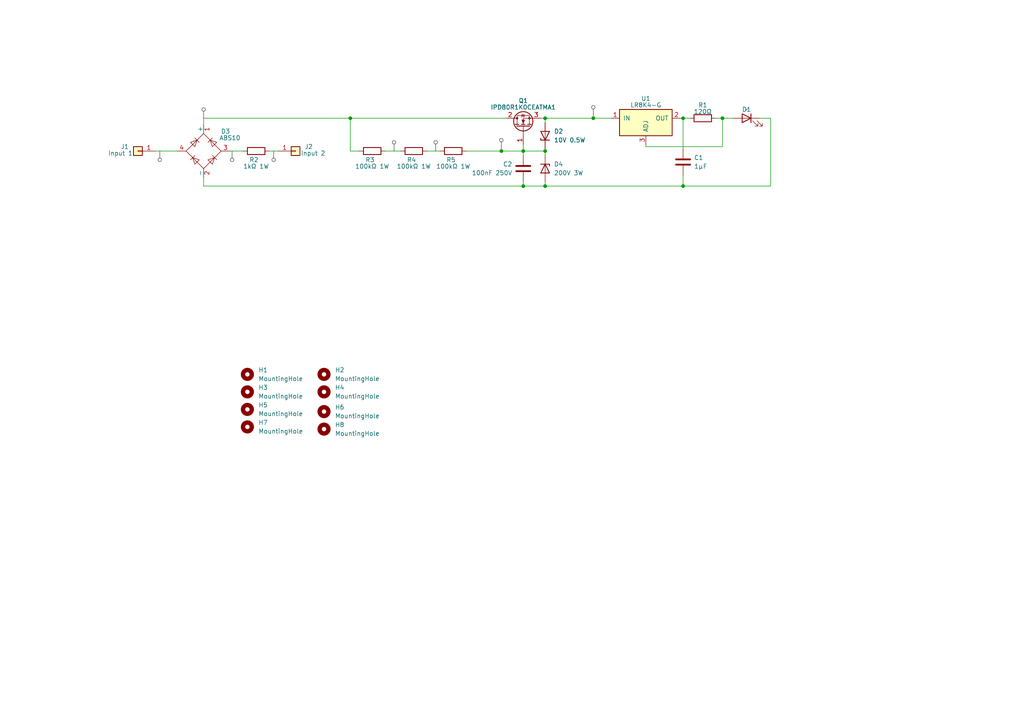
<source format=kicad_sch>
(kicad_sch (version 20230121) (generator eeschema)
  (paper "A4")
  (lib_symbols
    (symbol "Connector_Generic:Conn_01x01" (pin_names (offset 1.016) hide)
      (property "Reference" "J" (at 0 2.54 0))
      (property "Value" "Conn_01x01" (at 0 -2.54 0))
      (symbol "Conn_01x01_1_1"
        (rectangle (start -1.27 0.127) (end 0 -0.127) (stroke (width 0.1524)))
        (rectangle (start -1.27 1.27) (end 1.27 -1.27) (stroke (width 0.254)) (fill (type background)))
        (pin passive line (at -5.08 0 0) (length 3.81) (name "Pin_1") (number "1"))
      )
    )
    (symbol "Device:C" (pin_numbers hide) (pin_names (offset 0.254))
      (property "Reference" "C" (at 0.635 2.54 0))
      (property "Value" "C" (at 0.635 -2.54 0))
      (symbol "C_0_1"
        (polyline (pts (xy -2.032 -0.762) (xy 2.032 -0.762)) (stroke (width 0.508)))
        (polyline (pts (xy -2.032 0.762) (xy 2.032 0.762)) (stroke (width 0.508)))
      )
      (symbol "C_1_1"
        (pin passive line (at 0 3.81 270) (length 2.794) (name "~") (number "1"))
        (pin passive line (at 0 -3.81 90) (length 2.794) (name "~") (number "2"))
      )
    )
    (symbol "Device:D_Zener" (pin_numbers hide) (pin_names (offset 1.016) hide)
      (property "Reference" "D" (at 0 2.54 0))
      (property "Value" "D_Zener" (at 0 -2.54 0))
      (symbol "D_Zener_0_1"
        (polyline (pts (xy 1.27 0) (xy -1.27 0)))
        (polyline (pts (xy -1.27 -1.27) (xy -1.27 1.27) (xy -0.762 1.27)) (stroke (width 0.254)))
        (polyline (pts (xy 1.27 -1.27) (xy 1.27 1.27) (xy -1.27 0) (xy 1.27 -1.27)) (stroke (width 0.254)))
      )
      (symbol "D_Zener_1_1"
        (pin passive line (at -3.81 0 0) (length 2.54) (name "K") (number "1"))
        (pin passive line (at 3.81 0 180) (length 2.54) (name "A") (number "2"))
      )
    )
    (symbol "Device:LED" (pin_numbers hide) (pin_names (offset 1.016) hide)
      (property "Reference" "D" (at 0 2.54 0))
      (property "Value" "LED" (at 0 -2.54 0))
      (symbol "LED_0_1"
        (polyline (pts (xy -1.27 -1.27) (xy -1.27 1.27)) (stroke (width 0.254)))
        (polyline (pts (xy -1.27 0) (xy 1.27 0)))
        (polyline (pts (xy 1.27 -1.27) (xy 1.27 1.27) (xy -1.27 0) (xy 1.27 -1.27)) (stroke (width 0.254)))
        (polyline (pts (xy -3.048 -0.762) (xy -4.572 -2.286) (xy -3.81 -2.286) (xy -4.572 -2.286) (xy -4.572 -1.524)))
        (polyline (pts (xy -1.778 -0.762) (xy -3.302 -2.286) (xy -2.54 -2.286) (xy -3.302 -2.286) (xy -3.302 -1.524)))
      )
      (symbol "LED_1_1"
        (pin passive line (at -3.81 0 0) (length 2.54) (name "K") (number "1"))
        (pin passive line (at 3.81 0 180) (length 2.54) (name "A") (number "2"))
      )
    )
    (symbol "Device:Q_NMOS_GDS" (pin_names (offset 0) hide)
      (property "Reference" "Q" (at 5.08 1.27 0))
      (property "Value" "Q_NMOS_GDS" (at 5.08 -1.27 0))
      (symbol "Q_NMOS_GDS_0_1"
        (polyline (pts (xy 0.254 0) (xy -2.54 0)))
        (polyline (pts (xy 0.254 1.905) (xy 0.254 -1.905)) (stroke (width 0.254)))
        (polyline (pts (xy 0.762 -1.27) (xy 0.762 -2.286)) (stroke (width 0.254)))
        (polyline (pts (xy 0.762 0.508) (xy 0.762 -0.508)) (stroke (width 0.254)))
        (polyline (pts (xy 0.762 2.286) (xy 0.762 1.27)) (stroke (width 0.254)))
        (polyline (pts (xy 2.54 2.54) (xy 2.54 1.778)))
        (polyline (pts (xy 2.54 -2.54) (xy 2.54 0) (xy 0.762 0)))
        (polyline (pts (xy 0.762 -1.778) (xy 3.302 -1.778) (xy 3.302 1.778) (xy 0.762 1.778)))
        (polyline (pts (xy 1.016 0) (xy 2.032 0.381) (xy 2.032 -0.381) (xy 1.016 0)) (fill (type outline)))
        (polyline (pts (xy 2.794 0.508) (xy 2.921 0.381) (xy 3.683 0.381) (xy 3.81 0.254)))
        (polyline (pts (xy 3.302 0.381) (xy 2.921 -0.254) (xy 3.683 -0.254) (xy 3.302 0.381)))
        (circle (center 1.651 0) (radius 2.794) (stroke (width 0.254)))
        (circle (center 2.54 -1.778) (radius 0.254) (fill (type outline)))
        (circle (center 2.54 1.778) (radius 0.254) (fill (type outline)))
      )
      (symbol "Q_NMOS_GDS_1_1"
        (pin input line (at -5.08 0 0) (length 2.54) (name "G") (number "1"))
        (pin passive line (at 2.54 5.08 270) (length 2.54) (name "D") (number "2"))
        (pin passive line (at 2.54 -5.08 90) (length 2.54) (name "S") (number "3"))
      )
    )
    (symbol "Device:R" (pin_numbers hide) (pin_names (offset 0))
      (property "Reference" "R" (at 2.032 0 90))
      (property "Value" "R" (at 0 0 90))
      (symbol "R_0_1"
        (rectangle (start -1.016 -2.54) (end 1.016 2.54) (stroke (width 0.254)))
      )
      (symbol "R_1_1"
        (pin passive line (at 0 3.81 270) (length 1.27) (name "~") (number "1"))
        (pin passive line (at 0 -3.81 90) (length 1.27) (name "~") (number "2"))
      )
    )
    (symbol "Diode_Bridge:ABS10" (pin_names (offset 0))
      (property "Reference" "D" (at 2.54 6.985 0))
      (property "Value" "ABS10" (at 2.54 5.08 0))
      (symbol "ABS10_0_1"
        (polyline (pts (xy -2.54 3.81) (xy -1.27 2.54)))
        (polyline (pts (xy -1.27 -2.54) (xy -2.54 -3.81)))
        (polyline (pts (xy 2.54 -1.27) (xy 3.81 -2.54)))
        (polyline (pts (xy 2.54 1.27) (xy 3.81 2.54)))
        (polyline (pts (xy -3.81 2.54) (xy -2.54 1.27) (xy -1.905 3.175) (xy -3.81 2.54)))
        (polyline (pts (xy -2.54 -1.27) (xy -3.81 -2.54) (xy -1.905 -3.175) (xy -2.54 -1.27)))
        (polyline (pts (xy 1.27 2.54) (xy 2.54 3.81) (xy 3.175 1.905) (xy 1.27 2.54)))
        (polyline (pts (xy 3.175 -1.905) (xy 1.27 -2.54) (xy 2.54 -3.81) (xy 3.175 -1.905)))
        (polyline (pts (xy -5.08 0) (xy 0 -5.08) (xy 5.08 0) (xy 0 5.08) (xy -5.08 0)))
      )
      (symbol "ABS10_1_1"
        (pin passive line (at 7.62 0 180) (length 2.54) (name "+") (number "1"))
        (pin passive line (at -7.62 0 0) (length 2.54) (name "-") (number "2"))
        (pin passive line (at 0 -7.62 90) (length 2.54) (name "~") (number "3"))
        (pin passive line (at 0 7.62 270) (length 2.54) (name "~") (number "4"))
      )
    )
    (symbol "Mechanical:MountingHole" (pin_names (offset 1.016))
      (property "Reference" "H" (at 0 5.08 0))
      (property "Value" "MountingHole" (at 0 3.175 0))
      (symbol "MountingHole_0_1"
        (circle (center 0 0) (radius 1.27) (stroke (width 1.27)))
      )
    )
    (symbol "Regulator_Linear:LR8K4-G" (pin_names (offset 1.016))
      (property "Reference" "U" (at -7.62 3.81 0))
      (property "Value" "LR8K4-G" (at 0 3.81 0))
      (symbol "LR8K4-G_0_1"
        (rectangle (start -7.62 2.54) (end 7.62 -5.08) (stroke (width 0.254)) (fill (type background)))
      )
      (symbol "LR8K4-G_1_1"
        (pin input line (at -10.16 0 0) (length 2.54) (name "IN") (number "1"))
        (pin power_out line (at 10.16 0 180) (length 2.54) (name "OUT") (number "2"))
        (pin input line (at 0 -7.62 90) (length 2.54) (name "ADJ") (number "3"))
      )
    )
  )
  (junction (at 158.115 34.29))
  (junction (at 145.415 43.815))
  (junction (at 151.765 43.815))
  (junction (at 209.55 34.29))
  (junction (at 151.765 53.975))
  (junction (at 158.115 43.815))
  (junction (at 172.085 34.29))
  (junction (at 101.6 34.29))
  (junction (at 198.12 53.975))
  (junction (at 198.12 34.29))
  (junction (at 158.115 53.975))
  (wire (pts (xy 158.115 34.29) (xy 172.085 34.29)))
  (wire (pts (xy 172.085 33.655) (xy 172.085 34.29)))
  (wire (pts (xy 172.085 34.29) (xy 177.165 34.29)))
  (wire (pts (xy 220.345 34.29) (xy 223.52 34.29)))
  (wire (pts (xy 151.765 41.91) (xy 151.765 43.815)))
  (wire (pts (xy 158.115 53.975) (xy 198.12 53.975)))
  (wire (pts (xy 123.825 43.815) (xy 127.635 43.815)))
  (wire (pts (xy 198.12 43.18) (xy 198.12 34.29)))
  (wire (pts (xy 135.255 43.815) (xy 145.415 43.815)))
  (wire (pts (xy 145.415 43.815) (xy 151.765 43.815)))
  (wire (pts (xy 209.55 34.29) (xy 212.725 34.29)))
  (wire (pts (xy 187.325 41.91) (xy 187.325 42.545)))
  (wire (pts (xy 151.765 43.815) (xy 151.765 45.085)))
  (wire (pts (xy 59.055 53.975) (xy 151.765 53.975)))
  (wire (pts (xy 198.12 50.8) (xy 198.12 53.975)))
  (wire (pts (xy 111.76 43.815) (xy 116.205 43.815)))
  (wire (pts (xy 158.115 43.815) (xy 158.115 43.18)))
  (wire (pts (xy 198.12 53.975) (xy 223.52 53.975)))
  (wire (pts (xy 59.055 53.975) (xy 59.055 51.435)))
  (wire (pts (xy 209.55 34.29) (xy 207.645 34.29)))
  (wire (pts (xy 101.6 34.29) (xy 101.6 43.815)))
  (wire (pts (xy 151.765 52.705) (xy 151.765 53.975)))
  (wire (pts (xy 78.105 43.815) (xy 80.645 43.815)))
  (wire (pts (xy 158.115 43.815) (xy 158.115 45.085)))
  (wire (pts (xy 145.415 43.18) (xy 145.415 43.815)))
  (wire (pts (xy 101.6 43.815) (xy 104.14 43.815)))
  (wire (pts (xy 156.845 34.29) (xy 158.115 34.29)))
  (wire (pts (xy 66.675 43.815) (xy 70.485 43.815)))
  (wire (pts (xy 59.055 34.29) (xy 59.055 36.195)))
  (wire (pts (xy 198.12 34.29) (xy 200.025 34.29)))
  (wire (pts (xy 158.115 52.705) (xy 158.115 53.975)))
  (wire (pts (xy 151.765 53.975) (xy 158.115 53.975)))
  (wire (pts (xy 45.085 43.815) (xy 51.435 43.815)))
  (wire (pts (xy 158.115 35.56) (xy 158.115 34.29)))
  (wire (pts (xy 209.55 42.545) (xy 209.55 34.29)))
  (wire (pts (xy 59.055 34.29) (xy 101.6 34.29)))
  (wire (pts (xy 197.485 34.29) (xy 198.12 34.29)))
  (wire (pts (xy 223.52 34.29) (xy 223.52 53.975)))
  (wire (pts (xy 187.325 42.545) (xy 209.55 42.545)))
  (wire (pts (xy 151.765 43.815) (xy 158.115 43.815)))
  (wire (pts (xy 101.6 34.29) (xy 146.685 34.29)))
  (netclass_flag "" (length 2.54) (shape round) (at 46.355 43.815 180) (property "Netclass" "HighVoltage" (effects hide)))
  (netclass_flag "" (length 2.54) (shape round) (at 172.085 33.655 0) (property "Netclass" "HighVoltage" (effects hide)))
  (netclass_flag "" (length 2.54) (shape round) (at 145.415 43.18 0) (property "Netclass" "HighVoltage" (effects hide)))
  (netclass_flag "" (length 2.54) (shape round) (at 59.055 34.29 0) (property "Netclass" "HighVoltage" (effects hide)))
  (netclass_flag "" (length 2.54) (shape round) (at 79.375 43.815 180) (property "Netclass" "HighVoltage" (effects hide)))
  (netclass_flag "" (length 2.54) (shape round) (at 114.3 43.815 0) (property "Netclass" "HighVoltage" (effects hide)))
  (netclass_flag "" (length 2.54) (shape round) (at 126.365 43.815 0) (property "Netclass" "HighVoltage" (effects hide)))
  (netclass_flag "" (length 2.54) (shape round) (at 67.31 43.815 180) (property "Netclass" "HighVoltage" (effects hide)))
  (symbol (lib_id "Device:R") (at 74.295 43.815 270) (unit 1)
    (property "Reference" "R2" (at 73.66 46.355 90))
    (property "Value" "1kΩ 1W" (at 74.295 48.26 90))
    (property "Footprint" "Resistor_SMD:R_2512_6332Metric_Pad1.40x3.35mm_HandSolder" (effects hide))
  )
  (symbol (lib_id "Device:R") (at 131.445 43.815 270) (unit 1)
    (property "Reference" "R5" (at 130.81 46.355 90))
    (property "Value" "100kΩ 1W" (at 131.445 48.26 90))
    (property "Footprint" "Resistor_SMD:R_2512_6332Metric_Pad1.40x3.35mm_HandSolder" (effects hide))
  )
  (symbol (lib_id "Connector_Generic:Conn_01x01") (at 40.005 43.815 180) (unit 1)
    (property "Reference" "J1" (at 36.195 42.545 0))
    (property "Value" "Input 1" (at 34.925 44.45 0))
    (property "Footprint" "TestPoint:TestPoint_Pad_D4.0mm" (effects hide))
    (property "Comments" "Max +/- 450V" (effects hide))
  )
  (symbol (lib_id "Device:R") (at 203.835 34.29 90) (unit 1)
    (property "Reference" "R1" (at 203.835 30.48 90))
    (property "Value" "120Ω" (at 203.835 32.385 90))
    (property "Footprint" "Resistor_SMD:R_0805_2012Metric_Pad1.20x1.40mm_HandSolder" (effects hide))
  )
  (symbol (lib_id "Device:R") (at 120.015 43.815 270) (unit 1)
    (property "Reference" "R4" (at 119.38 46.355 90))
    (property "Value" "100kΩ 1W" (at 120.015 48.26 90))
    (property "Footprint" "Resistor_SMD:R_2512_6332Metric_Pad1.40x3.35mm_HandSolder" (effects hide))
  )
  (symbol (lib_id "Mechanical:MountingHole") (at 71.755 108.585 0) (unit 1)
    (property "Reference" "H1" (at 74.93 107.315 0) (effects (justify left)))
    (property "Value" "MountingHole" (at 74.93 109.855 0) (effects (justify left)))
    (property "Footprint" "MountingHole:MountingHole_3.2mm_M3" (effects hide))
  )
  (symbol (lib_id "Mechanical:MountingHole") (at 93.98 108.585 0) (unit 1)
    (property "Reference" "H2" (at 97.155 107.315 0) (effects (justify left)))
    (property "Value" "MountingHole" (at 97.155 109.855 0) (effects (justify left)))
    (property "Footprint" "MountingHole:MountingHole_3.2mm_M3" (effects hide))
  )
  (symbol (lib_id "Mechanical:MountingHole") (at 71.755 118.745 0) (unit 1)
    (property "Reference" "H5" (at 74.93 117.475 0) (effects (justify left)))
    (property "Value" "MountingHole" (at 74.93 120.015 0) (effects (justify left)))
    (property "Footprint" "MountingHole:MountingHole_3.2mm_M3" (effects hide))
  )
  (symbol (lib_id "Device:LED") (at 216.535 34.29 0) (mirror y) (unit 1)
    (property "Reference" "D1" (at 216.535 31.75 0))
    (property "Value" "~" (at 216.535 31.75 0))
    (property "Footprint" "LED_SMD:LED_1206_3216Metric_Pad1.42x1.75mm_HandSolder" (effects hide))
  )
  (symbol (lib_id "Device:C") (at 198.12 46.99 0) (unit 1)
    (property "Reference" "C1" (at 201.295 45.72 0) (effects (justify left)))
    (property "Value" "1µF" (at 201.295 48.26 0) (effects (justify left)))
    (property "Footprint" "Capacitor_SMD:C_0805_2012Metric_Pad1.18x1.45mm_HandSolder" (effects hide))
  )
  (symbol (lib_id "Device:Q_NMOS_GDS") (at 151.765 36.83 90) (unit 1)
    (property "Reference" "Q1" (at 151.765 29.21 90))
    (property "Value" "IPD80R1K0CEATMA1" (at 151.765 31.115 90))
    (property "Footprint" "Package_TO_SOT_SMD:TO-252-2" (effects hide))
  )
  (symbol (lib_id "Device:D_Zener") (at 158.115 39.37 90) (unit 1)
    (property "Reference" "D2" (at 160.655 38.1 90) (effects (justify right)))
    (property "Value" "10V 0.5W" (at 160.655 40.64 90) (effects (justify right)))
    (property "Footprint" "Diode_SMD:D_SOD-123" (effects hide))
  )
  (symbol (lib_id "Mechanical:MountingHole") (at 71.755 123.825 0) (unit 1)
    (property "Reference" "H7" (at 74.93 122.555 0) (effects (justify left)))
    (property "Value" "MountingHole" (at 74.93 125.095 0) (effects (justify left)))
    (property "Footprint" "MountingHole:MountingHole_3.2mm_M3" (effects hide))
  )
  (symbol (lib_id "Mechanical:MountingHole") (at 93.98 119.38 0) (unit 1)
    (property "Reference" "H6" (at 97.155 118.11 0) (effects (justify left)))
    (property "Value" "MountingHole" (at 97.155 120.65 0) (effects (justify left)))
    (property "Footprint" "MountingHole:MountingHole_3.2mm_M3" (effects hide))
  )
  (symbol (lib_id "Device:C") (at 151.765 48.895 0) (mirror y) (unit 1)
    (property "Reference" "C2" (at 148.59 47.625 0) (effects (justify left)))
    (property "Value" "100nF 250V" (at 148.59 50.165 0) (effects (justify left)))
    (property "Footprint" "Capacitor_SMD:C_1206_3216Metric_Pad1.33x1.80mm_HandSolder" (effects hide))
  )
  (symbol (lib_id "Connector_Generic:Conn_01x01") (at 85.725 43.815 0) (mirror x) (unit 1)
    (property "Reference" "J2" (at 89.535 42.545 0))
    (property "Value" "Input 2" (at 90.805 44.45 0))
    (property "Footprint" "TestPoint:TestPoint_Pad_D4.0mm" (effects hide))
    (property "Comments" "Max +/- 450V" (effects hide))
  )
  (symbol (lib_id "Device:D_Zener") (at 158.115 48.895 270) (unit 1)
    (property "Reference" "D4" (at 160.655 47.625 90) (effects (justify left)))
    (property "Value" "200V 3W" (at 160.655 50.165 90) (effects (justify left)))
    (property "Footprint" "Diode_SMD:D_SMB_Handsoldering" (effects hide))
  )
  (symbol (lib_id "Mechanical:MountingHole") (at 93.98 124.46 0) (unit 1)
    (property "Reference" "H8" (at 97.155 123.19 0) (effects (justify left)))
    (property "Value" "MountingHole" (at 97.155 125.73 0) (effects (justify left)))
    (property "Footprint" "MountingHole:MountingHole_3.2mm_M3" (effects hide))
  )
  (symbol (lib_id "Device:R") (at 107.95 43.815 270) (unit 1)
    (property "Reference" "R3" (at 107.315 46.355 90))
    (property "Value" "100kΩ 1W" (at 107.95 48.26 90))
    (property "Footprint" "Resistor_SMD:R_2512_6332Metric_Pad1.40x3.35mm_HandSolder" (effects hide))
  )
  (symbol (lib_id "Diode_Bridge:ABS10") (at 59.055 43.815 90) (unit 1)
    (property "Reference" "D3" (at 65.405 38.1 90))
    (property "Value" "ABS10" (at 66.675 40.005 90))
    (property "Footprint" "Diode_SMD:Diode_Bridge_Diotec_ABS" (effects hide))
    (property "Datasheet" "https://diotec.com/tl_files/diotec/files/pdf/datasheets/abs2.pdf" (effects hide))
  )
  (symbol (lib_id "Regulator_Linear:LR8K4-G") (at 187.325 34.29 0) (unit 1)
    (property "Reference" "U1" (at 187.325 28.575 0))
    (property "Value" "LR8K4-G" (at 187.325 30.48 0))
    (property "Footprint" "Package_TO_SOT_SMD:TO-252-2" (effects hide))
    (property "Datasheet" "http://ww1.microchip.com/downloads/en/DeviceDoc/20005399B.pdf" (effects hide))
  )
  (symbol (lib_id "Mechanical:MountingHole") (at 93.98 113.665 0) (unit 1)
    (property "Reference" "H4" (at 97.155 112.395 0) (effects (justify left)))
    (property "Value" "MountingHole" (at 97.155 114.935 0) (effects (justify left)))
    (property "Footprint" "MountingHole:MountingHole_3.2mm_M3" (effects hide))
  )
  (symbol (lib_id "Mechanical:MountingHole") (at 71.755 113.665 0) (unit 1)
    (property "Reference" "H3" (at 74.93 112.395 0) (effects (justify left)))
    (property "Value" "MountingHole" (at 74.93 114.935 0) (effects (justify left)))
    (property "Footprint" "MountingHole:MountingHole_3.2mm_M3" (effects hide))
  )
)
</source>
